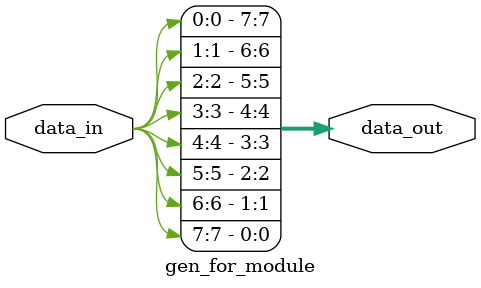
<source format=v>
`timescale 1ns/1ns
module gen_for_module( 
    input [7:0] data_in,
    output [7:0] data_out
);
genvar II;
generate
    for(II=0; II < 8; II=II+1) begin
        assign data_out[II] = data_in[7-II];
    end
endgenerate
 
endmodule
</source>
